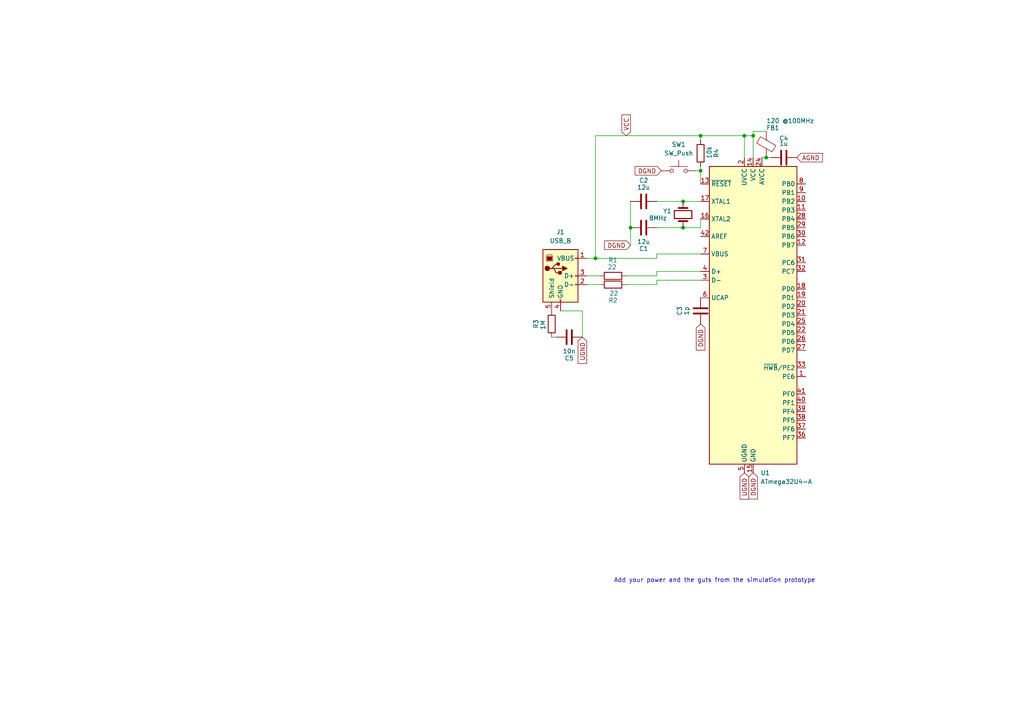
<source format=kicad_sch>
(kicad_sch (version 20250114) (generator "eeschema") (generator_version "9.0")
  (paper "A4")
  (title_block (title "Colorful LED") (date "2025-07-22"))
  (lib_symbols
    (symbol "Connector:USB_B" (pin_names (offset 1.016))
      (property "Reference" "J" (at -5.08 11.43 0))
      (property "Value" "USB_B" (at -5.08 8.89 0))
      (symbol "USB_B_0_1"
        (rectangle (start -5.08 -7.62) (end 5.08 7.62) (stroke (width 0.254)) (fill (type background)))
        (polyline (pts (xy -4.064 4.318) (xy -2.286 4.318) (xy -2.286 5.715) (xy -2.667 6.096) (xy -3.683 6.096) (xy -4.064 5.715) (xy -4.064 4.318)))
        (rectangle (start -3.81 5.588) (end -2.54 4.572) (fill (type outline)))
        (circle (center -3.81 2.159) (radius 0.635) (stroke (width 0.254)) (fill (type outline)))
        (polyline (pts (xy -3.175 2.159) (xy -2.54 2.159) (xy -1.27 3.429) (xy -0.635 3.429)) (stroke (width 0.254)))
        (polyline (pts (xy -2.54 2.159) (xy -1.905 2.159) (xy -1.27 0.889) (xy 0 0.889)) (stroke (width 0.254)))
        (polyline (pts (xy -1.905 2.159) (xy 0.635 2.159)) (stroke (width 0.254)))
        (circle (center -0.635 3.429) (radius 0.381) (stroke (width 0.254)) (fill (type outline)))
        (rectangle (start -0.127 -7.62) (end 0.127 -6.858))
        (rectangle (start 0.254 1.27) (end -0.508 0.508) (stroke (width 0.254)) (fill (type outline)))
        (polyline (pts (xy 0.635 2.794) (xy 0.635 1.524) (xy 1.905 2.159) (xy 0.635 2.794)) (stroke (width 0.254)) (fill (type outline)))
        (rectangle (start 5.08 4.953) (end 4.318 5.207))
        (rectangle (start 5.08 -0.127) (end 4.318 0.127))
        (rectangle (start 5.08 -2.667) (end 4.318 -2.413))
      )
      (symbol "USB_B_1_1"
        (pin passive line (at -2.54 -10.16 90) (length 2.54) (name "Shield") (number "5"))
        (pin power_out line (at 0 -10.16 90) (length 2.54) (name "GND") (number "4"))
        (pin power_out line (at 7.62 5.08 180) (length 2.54) (name "VBUS") (number "1"))
        (pin bidirectional line (at 7.62 0 180) (length 2.54) (name "D+") (number "3"))
        (pin bidirectional line (at 7.62 -2.54 180) (length 2.54) (name "D-") (number "2"))
      )
    )
    (symbol "Device:C" (pin_numbers (hide yes)) (pin_names (offset 0.254))
      (property "Reference" "C" (at 0.635 2.54 0))
      (property "Value" "C" (at 0.635 -2.54 0))
      (symbol "C_0_1"
        (polyline (pts (xy -2.032 0.762) (xy 2.032 0.762)) (stroke (width 0.508)))
        (polyline (pts (xy -2.032 -0.762) (xy 2.032 -0.762)) (stroke (width 0.508)))
      )
      (symbol "C_1_1"
        (pin passive line (at 0 3.81 270) (length 2.794) (name "~") (number "1"))
        (pin passive line (at 0 -3.81 90) (length 2.794) (name "~") (number "2"))
      )
    )
    (symbol "Device:Crystal" (pin_numbers (hide yes)) (pin_names (offset 1.016) (hide yes))
      (property "Reference" "Y" (at 0 3.81 0))
      (property "Value" "Crystal" (at 0 -3.81 0))
      (symbol "Crystal_0_1"
        (polyline (pts (xy -2.54 0) (xy -1.905 0)))
        (polyline (pts (xy -1.905 -1.27) (xy -1.905 1.27)) (stroke (width 0.508)))
        (rectangle (start -1.143 2.54) (end 1.143 -2.54) (stroke (width 0.3048)))
        (polyline (pts (xy 1.905 -1.27) (xy 1.905 1.27)) (stroke (width 0.508)))
        (polyline (pts (xy 2.54 0) (xy 1.905 0)))
      )
      (symbol "Crystal_1_1"
        (pin passive line (at -3.81 0 0) (length 1.27) (name "1") (number "1"))
        (pin passive line (at 3.81 0 180) (length 1.27) (name "2") (number "2"))
      )
    )
    (symbol "Device:FerriteBead" (pin_numbers (hide yes)) (pin_names (offset 0))
      (property "Reference" "FB" (at -3.81 0.635 90))
      (property "Value" "FerriteBead" (at 3.81 0 90))
      (symbol "FerriteBead_0_1"
        (polyline (pts (xy -2.7686 0.4064) (xy -1.7018 2.2606) (xy 2.7686 -0.3048) (xy 1.6764 -2.159) (xy -2.7686 0.4064)))
        (polyline (pts (xy 0 1.27) (xy 0 1.2954)))
        (polyline (pts (xy 0 -1.27) (xy 0 -1.2192)))
      )
      (symbol "FerriteBead_1_1"
        (pin passive line (at 0 3.81 270) (length 2.54) (name "~") (number "1"))
        (pin passive line (at 0 -3.81 90) (length 2.54) (name "~") (number "2"))
      )
    )
    (symbol "Device:R" (pin_numbers (hide yes)) (pin_names (offset 0))
      (property "Reference" "R" (at 2.032 0 90))
      (property "Value" "R" (at 0 0 90))
      (symbol "R_0_1"
        (rectangle (start -1.016 -2.54) (end 1.016 2.54) (stroke (width 0.254)))
      )
      (symbol "R_1_1"
        (pin passive line (at 0 3.81 270) (length 1.27) (name "~") (number "1"))
        (pin passive line (at 0 -3.81 90) (length 1.27) (name "~") (number "2"))
      )
    )
    (symbol "MCU_Microchip_ATmega:ATmega32U4-A"
      (property "Reference" "U" (at -12.7 44.45 0))
      (property "Value" "ATmega32U4-A" (at 2.54 -44.45 0))
      (symbol "ATmega32U4-A_0_1"
        (rectangle (start -12.7 -43.18) (end 12.7 43.18) (stroke (width 0.254)) (fill (type background)))
      )
      (symbol "ATmega32U4-A_1_1"
        (pin input line (at -15.24 38.1 0) (length 2.54) (name "~{RESET}") (number "13"))
        (pin input line (at -15.24 33.02 0) (length 2.54) (name "XTAL1") (number "17"))
        (pin output line (at -15.24 27.94 0) (length 2.54) (name "XTAL2") (number "16"))
        (pin passive line (at -15.24 22.86 0) (length 2.54) (name "AREF") (number "42"))
        (pin input line (at -15.24 17.78 0) (length 2.54) (name "VBUS") (number "7"))
        (pin bidirectional line (at -15.24 12.7 0) (length 2.54) (name "D+") (number "4"))
        (pin bidirectional line (at -15.24 10.16 0) (length 2.54) (name "D-") (number "3"))
        (pin passive line (at -15.24 5.08 0) (length 2.54) (name "UCAP") (number "6"))
        (pin power_in line (at -2.54 45.72 270) (length 2.54) (name "UVCC") (number "2"))
        (pin passive line (at -2.54 -45.72 90) (length 2.54) (name "UGND") (number "5"))
        (pin power_in line (at 0 45.72 270) (length 2.54) (name "VCC") (number "14"))
        (pin passive line (at 0 45.72 270) (length 2.54) (hide yes) (name "VCC") (number "34"))
        (pin power_in line (at 0 -45.72 90) (length 2.54) (name "GND") (number "15"))
        (pin passive line (at 0 -45.72 90) (length 2.54) (hide yes) (name "GND") (number "23"))
        (pin passive line (at 0 -45.72 90) (length 2.54) (hide yes) (name "GND") (number "35"))
        (pin passive line (at 0 -45.72 90) (length 2.54) (hide yes) (name "GND") (number "43"))
        (pin power_in line (at 2.54 45.72 270) (length 2.54) (name "AVCC") (number "24"))
        (pin passive line (at 2.54 45.72 270) (length 2.54) (hide yes) (name "AVCC") (number "44"))
        (pin bidirectional line (at 15.24 38.1 180) (length 2.54) (name "PB0") (number "8"))
        (pin bidirectional line (at 15.24 35.56 180) (length 2.54) (name "PB1") (number "9"))
        (pin bidirectional line (at 15.24 33.02 180) (length 2.54) (name "PB2") (number "10"))
        (pin bidirectional line (at 15.24 30.48 180) (length 2.54) (name "PB3") (number "11"))
        (pin bidirectional line (at 15.24 27.94 180) (length 2.54) (name "PB4") (number "28"))
        (pin bidirectional line (at 15.24 25.4 180) (length 2.54) (name "PB5") (number "29"))
        (pin bidirectional line (at 15.24 22.86 180) (length 2.54) (name "PB6") (number "30"))
        (pin bidirectional line (at 15.24 20.32 180) (length 2.54) (name "PB7") (number "12"))
        (pin bidirectional line (at 15.24 15.24 180) (length 2.54) (name "PC6") (number "31"))
        (pin bidirectional line (at 15.24 12.7 180) (length 2.54) (name "PC7") (number "32"))
        (pin bidirectional line (at 15.24 7.62 180) (length 2.54) (name "PD0") (number "18"))
        (pin bidirectional line (at 15.24 5.08 180) (length 2.54) (name "PD1") (number "19"))
        (pin bidirectional line (at 15.24 2.54 180) (length 2.54) (name "PD2") (number "20"))
        (pin bidirectional line (at 15.24 0 180) (length 2.54) (name "PD3") (number "21"))
        (pin bidirectional line (at 15.24 -2.54 180) (length 2.54) (name "PD4") (number "25"))
        (pin bidirectional line (at 15.24 -5.08 180) (length 2.54) (name "PD5") (number "22"))
        (pin bidirectional line (at 15.24 -7.62 180) (length 2.54) (name "PD6") (number "26"))
        (pin bidirectional line (at 15.24 -10.16 180) (length 2.54) (name "PD7") (number "27"))
        (pin bidirectional line (at 15.24 -15.24 180) (length 2.54) (name "~{HWB}/PE2") (number "33"))
        (pin bidirectional line (at 15.24 -17.78 180) (length 2.54) (name "PE6") (number "1"))
        (pin bidirectional line (at 15.24 -22.86 180) (length 2.54) (name "PF0") (number "41"))
        (pin bidirectional line (at 15.24 -25.4 180) (length 2.54) (name "PF1") (number "40"))
        (pin bidirectional line (at 15.24 -27.94 180) (length 2.54) (name "PF4") (number "39"))
        (pin bidirectional line (at 15.24 -30.48 180) (length 2.54) (name "PF5") (number "38"))
        (pin bidirectional line (at 15.24 -33.02 180) (length 2.54) (name "PF6") (number "37"))
        (pin bidirectional line (at 15.24 -35.56 180) (length 2.54) (name "PF7") (number "36"))
      )
    )
    (symbol "Switch:SW_Push" (pin_numbers (hide yes)) (pin_names (offset 1.016) (hide yes))
      (property "Reference" "SW" (at 1.27 2.54 0))
      (property "Value" "SW_Push" (at 0 -1.524 0))
      (symbol "SW_Push_0_1"
        (circle (center -2.032 0) (radius 0.508))
        (polyline (pts (xy 0 1.27) (xy 0 3.048)))
        (circle (center 2.032 0) (radius 0.508))
        (polyline (pts (xy 2.54 1.27) (xy -2.54 1.27)))
        (pin passive line (at -5.08 0 0) (length 2.54) (name "1") (number "1"))
        (pin passive line (at 5.08 0 180) (length 2.54) (name "2") (number "2"))
      )
    )
  )
  (text "Add your power and the guts from the simulation prototype\n" (at 207.264 168.402 0) (effects (font (size 1.27 1.27))))
  (junction (at 182.88 66.04))
  (junction (at 203.2 39.37))
  (junction (at 198.12 66.04))
  (junction (at 198.12 58.42))
  (junction (at 203.2 49.53))
  (junction (at 172.72 74.93))
  (junction (at 218.44 39.37))
  (junction (at 215.9 39.37))
  (junction (at 222.25 45.72))
  (wire (pts (xy 203.2 49.53) (xy 203.2 48.26)))
  (wire (pts (xy 203.2 63.5) (xy 203.2 66.04)))
  (wire (pts (xy 190.5 82.55) (xy 190.5 81.28)))
  (wire (pts (xy 172.72 39.37) (xy 203.2 39.37)))
  (wire (pts (xy 222.25 45.72) (xy 223.52 45.72)))
  (wire (pts (xy 203.2 49.53) (xy 203.2 53.34)))
  (wire (pts (xy 190.5 74.93) (xy 190.5 73.66)))
  (wire (pts (xy 201.93 49.53) (xy 203.2 49.53)))
  (wire (pts (xy 182.88 66.04) (xy 182.88 71.12)))
  (wire (pts (xy 181.61 80.01) (xy 190.5 80.01)))
  (wire (pts (xy 203.2 66.04) (xy 198.12 66.04)))
  (wire (pts (xy 190.5 66.04) (xy 198.12 66.04)))
  (wire (pts (xy 170.18 82.55) (xy 173.99 82.55)))
  (wire (pts (xy 203.2 39.37) (xy 215.9 39.37)))
  (wire (pts (xy 182.88 58.42) (xy 182.88 66.04)))
  (wire (pts (xy 181.61 82.55) (xy 190.5 82.55)))
  (wire (pts (xy 172.72 74.93) (xy 190.5 74.93)))
  (wire (pts (xy 172.72 74.93) (xy 172.72 39.37)))
  (wire (pts (xy 218.44 39.37) (xy 218.44 38.1)))
  (wire (pts (xy 161.29 97.79) (xy 160.02 97.79)))
  (wire (pts (xy 218.44 45.72) (xy 218.44 39.37)))
  (wire (pts (xy 162.56 90.17) (xy 168.91 90.17)))
  (wire (pts (xy 203.2 39.37) (xy 203.2 40.64)))
  (wire (pts (xy 190.5 80.01) (xy 190.5 78.74)))
  (wire (pts (xy 198.12 58.42) (xy 203.2 58.42)))
  (wire (pts (xy 190.5 81.28) (xy 203.2 81.28)))
  (wire (pts (xy 170.18 74.93) (xy 172.72 74.93)))
  (wire (pts (xy 215.9 39.37) (xy 215.9 45.72)))
  (wire (pts (xy 170.18 80.01) (xy 173.99 80.01)))
  (wire (pts (xy 218.44 39.37) (xy 215.9 39.37)))
  (wire (pts (xy 218.44 38.1) (xy 222.25 38.1)))
  (wire (pts (xy 190.5 73.66) (xy 203.2 73.66)))
  (wire (pts (xy 190.5 58.42) (xy 198.12 58.42)))
  (wire (pts (xy 168.91 90.17) (xy 168.91 97.79)))
  (wire (pts (xy 190.5 78.74) (xy 203.2 78.74)))
  (wire (pts (xy 220.98 45.72) (xy 222.25 45.72)))
  (global_label "UGND" (shape input) (at 168.91 97.79 270) (property "Intersheetrefs" "${INTERSHEET_REFS}" (effects (hide yes))))
  (global_label "AGND" (shape input) (at 231.14 45.72 0) (property "Intersheetrefs" "${INTERSHEET_REFS}" (effects (hide yes))))
  (global_label "DGND" (shape input) (at 182.88 71.12 180) (property "Intersheetrefs" "${INTERSHEET_REFS}" (effects (hide yes))))
  (global_label "DGND" (shape input) (at 203.2 93.98 270) (property "Intersheetrefs" "${INTERSHEET_REFS}" (effects (hide yes))))
  (global_label "DGND" (shape input) (at 191.77 49.53 180) (property "Intersheetrefs" "${INTERSHEET_REFS}" (effects (hide yes))))
  (global_label "VCC" (shape input) (at 181.61 39.37 90) (property "Intersheetrefs" "${INTERSHEET_REFS}" (effects (hide yes))))
  (global_label "UGND" (shape input) (at 215.9 137.16 270) (property "Intersheetrefs" "${INTERSHEET_REFS}" (effects (hide yes))))
  (global_label "DGND" (shape input) (at 218.44 137.16 270) (property "Intersheetrefs" "${INTERSHEET_REFS}" (effects (hide yes))))
  (symbol (lib_id "Device:FerriteBead") (at 222.25 41.91 0) (unit 1)
    (property "Reference" "FB1" (at 222.25 37.084 0) (effects (justify left)))
    (property "Value" "120 @100MHz" (at 222.25 35.052 0) (effects (justify left)))
    (property "Footprint" "Inductor_SMD:L_0603_1608Metric_Pad1.05x0.95mm_HandSolder" (effects (hide yes)))
    (property "Description" "Ferrite bead" (effects (hide yes)))
  )
  (symbol (lib_id "Switch:SW_Push") (at 196.85 49.53 0) (unit 1)
    (property "Reference" "SW1" (at 196.85 41.91 0))
    (property "Value" "SW_Push" (at 196.85 44.45 0))
    (property "Footprint" "Button_Switch_SMD:SW_Push_1TS009xxxx-xxxx-xxxx_6x6x5mm" (effects (hide yes)))
    (property "Description" "Push button switch, generic, two pins" (effects (hide yes)))
  )
  (symbol (lib_id "Device:R") (at 160.02 93.98 180) (unit 1)
    (property "Reference" "R3" (at 155.448 93.98 90))
    (property "Value" "1M" (at 157.48 94.234 90))
    (property "Footprint" "Resistor_SMD:R_0805_2012Metric" (effects (hide yes)))
    (property "Description" "Resistor" (effects (hide yes)))
  )
  (symbol (lib_id "Device:C") (at 203.2 90.17 0) (unit 1)
    (property "Reference" "C3" (at 197.104 90.17 90))
    (property "Value" "1p" (at 199.136 90.17 90))
    (property "Footprint" "Capacitor_SMD:C_0805_2012Metric" (effects (hide yes)))
    (property "Description" "Unpolarized capacitor" (effects (hide yes)))
  )
  (symbol (lib_id "Device:C") (at 186.69 66.04 90) (unit 1)
    (property "Reference" "C1" (at 186.69 72.136 90))
    (property "Value" "12u" (at 186.69 70.104 90))
    (property "Description" "Unpolarized capacitor" (effects (hide yes)))
  )
  (symbol (lib_id "Device:R") (at 203.2 44.45 0) (unit 1)
    (property "Reference" "R4" (at 207.772 44.45 90))
    (property "Value" "10k" (at 205.74 44.196 90))
    (property "Footprint" "Resistor_SMD:R_0805_2012Metric" (effects (hide yes)))
    (property "Description" "Resistor" (effects (hide yes)))
  )
  (symbol (lib_id "Device:R") (at 177.8 82.55 270) (unit 1)
    (property "Reference" "R2" (at 177.8 87.122 90))
    (property "Value" "22" (at 178.054 85.09 90))
    (property "Footprint" "Resistor_SMD:R_0805_2012Metric" (effects (hide yes)))
    (property "Description" "Resistor" (effects (hide yes)))
  )
  (symbol (lib_id "MCU_Microchip_ATmega:ATmega32U4-A") (at 218.44 91.44 0) (unit 1)
    (property "Reference" "U1" (at 220.5833 137.16 0) (effects (justify left)))
    (property "Value" "ATmega32U4-A" (at 220.5833 139.7 0) (effects (justify left)))
    (property "Footprint" "Package_QFP:TQFP-44_10x10mm_P0.8mm" (effects (hide yes)))
    (property "Datasheet" "http://ww1.microchip.com/downloads/en/DeviceDoc/Atmel-7766-8-bit-AVR-ATmega16U4-32U4_Datasheet.pdf" (effects (hide yes)))
    (property "Description" "16MHz, 32kB Flash, 2.5kB SRAM, 1kB EEPROM, USB 2.0, TQFP-44" (effects (hide yes)))
  )
  (symbol (lib_id "Device:C") (at 186.69 58.42 90) (unit 1)
    (property "Reference" "C2" (at 186.69 52.324 90))
    (property "Value" "12u" (at 186.69 54.356 90))
    (property "Description" "Unpolarized capacitor" (effects (hide yes)))
  )
  (symbol (lib_id "Device:R") (at 177.8 80.01 90) (unit 1)
    (property "Reference" "R1" (at 177.8 75.438 90))
    (property "Value" "22" (at 177.546 77.47 90))
    (property "Footprint" "Resistor_SMD:R_0805_2012Metric" (effects (hide yes)))
    (property "Description" "Resistor" (effects (hide yes)))
  )
  (symbol (lib_id "Device:C") (at 227.33 45.72 270) (unit 1)
    (property "Reference" "C4" (at 227.33 40.132 90))
    (property "Value" "1u" (at 227.33 41.656 90))
    (property "Footprint" "Capacitor_SMD:C_0805_2012Metric" (effects (hide yes)))
    (property "Description" "Unpolarized capacitor" (effects (hide yes)))
  )
  (symbol (lib_id "Connector:USB_B") (at 162.56 80.01 0) (unit 1)
    (property "Reference" "J1" (at 162.56 67.31 0))
    (property "Value" "USB_B" (at 162.56 69.85 0))
    (property "Description" "USB Type B connector" (effects (hide yes)))
  )
  (symbol (lib_id "Device:Crystal") (at 198.12 62.23 90) (unit 1)
    (property "Reference" "Y1" (at 192.278 61.214 90) (effects (justify right)))
    (property "Value" "8MHz" (at 188.214 63.246 90) (effects (justify right)))
    (property "Footprint" "Crystal:Crystal_SMD_HC49-SD_HandSoldering" (effects (hide yes)))
    (property "Description" "Two pin crystal" (effects (hide yes)))
  )
  (symbol (lib_id "Device:C") (at 165.1 97.79 90) (unit 1)
    (property "Reference" "C5" (at 165.1 103.886 90))
    (property "Value" "10n" (at 165.1 101.854 90))
    (property "Footprint" "Capacitor_SMD:C_0805_2012Metric" (effects (hide yes)))
    (property "Description" "Unpolarized capacitor" (effects (hide yes)))
  )
)
</source>
